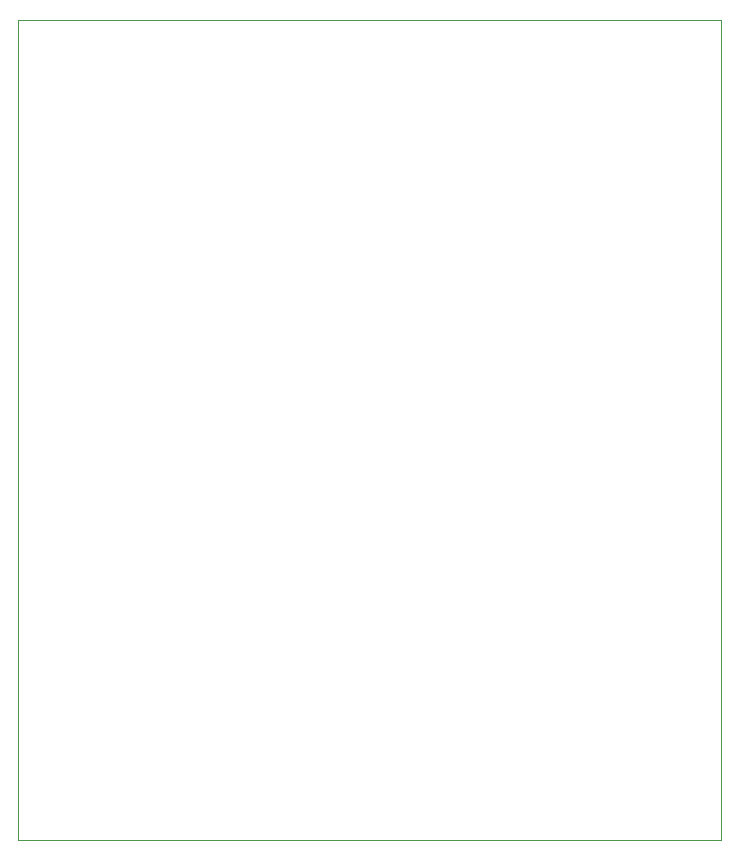
<source format=gko>
G04 Layer_Color=16711935*
%FSTAX24Y24*%
%MOIN*%
G70*
G01*
G75*
%ADD32C,0.0020*%
D32*
X009961Y029331D02*
X033386D01*
X009961Y008465D02*
Y029331D01*
Y002008D02*
Y008465D01*
X033386Y002008D02*
Y029331D01*
X009961Y002008D02*
X033386D01*
M02*

</source>
